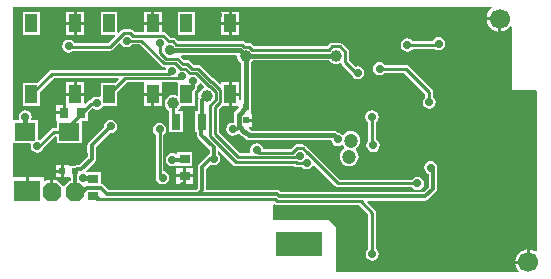
<source format=gbl>
G04 Layer_Physical_Order=2*
G04 Layer_Color=16711680*
%FSLAX25Y25*%
%MOIN*%
G70*
G01*
G75*
%ADD10R,0.03543X0.03150*%
%ADD11R,0.03150X0.03543*%
%ADD37R,0.01969X0.02362*%
%ADD38R,0.02362X0.01969*%
%ADD45C,0.00984*%
%ADD46C,0.01575*%
%ADD47C,0.01181*%
%ADD51C,0.06693*%
%ADD52C,0.03937*%
%ADD53C,0.04724*%
%ADD54R,0.09055X0.07087*%
%ADD55R,0.15748X0.07874*%
G04:AMPARAMS|DCode=56|XSize=59.06mil|YSize=59.06mil|CornerRadius=0mil|HoleSize=0mil|Usage=FLASHONLY|Rotation=90.000|XOffset=0mil|YOffset=0mil|HoleType=Round|Shape=Octagon|*
%AMOCTAGOND56*
4,1,8,0.01476,0.02953,-0.01476,0.02953,-0.02953,0.01476,-0.02953,-0.01476,-0.01476,-0.02953,0.01476,-0.02953,0.02953,-0.01476,0.02953,0.01476,0.01476,0.02953,0.0*
%
%ADD56OCTAGOND56*%

%ADD57C,0.02756*%
%ADD58C,0.01969*%
%ADD59C,0.03543*%
%ADD60R,0.03937X0.05906*%
%ADD61R,0.06890X0.05906*%
%ADD62R,0.03150X0.05512*%
G36*
X160755Y-1386D02*
X160187Y-1821D01*
X159491Y-2729D01*
X159053Y-3787D01*
X158969Y-4421D01*
X163287D01*
Y-4921D01*
X163787D01*
Y-9239D01*
X164422Y-9156D01*
X165479Y-8718D01*
X166387Y-8021D01*
X166823Y-7454D01*
X167323Y-7623D01*
Y-28543D01*
X175434D01*
X175787Y-28897D01*
X175701Y-82278D01*
X175252Y-82498D01*
X175027Y-82325D01*
X173969Y-81888D01*
X173335Y-81804D01*
Y-86122D01*
X172835D01*
Y-86622D01*
X168517D01*
X168600Y-87257D01*
X169038Y-88314D01*
X169540Y-88968D01*
X169294Y-89468D01*
X108661D01*
Y-74311D01*
X106398Y-72047D01*
X87992D01*
X87697Y-71752D01*
Y-66922D01*
X88197Y-66715D01*
X88251Y-66769D01*
X88674Y-67052D01*
X89173Y-67151D01*
X116487D01*
X119463Y-70127D01*
Y-81634D01*
X119207Y-81805D01*
X118728Y-82521D01*
X118560Y-83366D01*
X118728Y-84211D01*
X119207Y-84927D01*
X119923Y-85406D01*
X120768Y-85574D01*
X121613Y-85406D01*
X122329Y-84927D01*
X122807Y-84211D01*
X122976Y-83366D01*
X122807Y-82521D01*
X122329Y-81805D01*
X122072Y-81634D01*
Y-69587D01*
X121973Y-69087D01*
X121690Y-68664D01*
X119066Y-66040D01*
X119257Y-65578D01*
X138484D01*
X139022Y-65471D01*
X139478Y-65167D01*
X142037Y-62608D01*
X142341Y-62152D01*
X142448Y-61614D01*
Y-55311D01*
X142382Y-54976D01*
X142471Y-54530D01*
X142303Y-53685D01*
X141824Y-52969D01*
X141108Y-52491D01*
X140263Y-52323D01*
X139418Y-52491D01*
X138702Y-52969D01*
X138223Y-53685D01*
X138055Y-54530D01*
X138223Y-55375D01*
X138702Y-56091D01*
X139418Y-56570D01*
X139638Y-56614D01*
Y-61032D01*
X137902Y-62768D01*
X90448D01*
X90072Y-62392D01*
X89617Y-62088D01*
X89079Y-61981D01*
X87992D01*
X87992Y-61981D01*
X65381D01*
Y-55011D01*
X66894Y-53498D01*
X67072Y-53617D01*
X67917Y-53785D01*
X68762Y-53617D01*
X69478Y-53139D01*
X69956Y-52422D01*
X70125Y-51577D01*
X69956Y-50732D01*
X69478Y-50016D01*
X69322Y-49912D01*
Y-49182D01*
X69784Y-48991D01*
X74434Y-53641D01*
X74858Y-53924D01*
X75357Y-54024D01*
X94689D01*
X95041Y-54259D01*
X95541Y-54358D01*
X97337D01*
X97413Y-54472D01*
X98129Y-54951D01*
X98974Y-55119D01*
X99819Y-54951D01*
X100535Y-54472D01*
X100907Y-53916D01*
X101480Y-53782D01*
X108466Y-60768D01*
X108889Y-61051D01*
X109388Y-61150D01*
X134101D01*
X134272Y-61407D01*
X134988Y-61885D01*
X135833Y-62053D01*
X136678Y-61885D01*
X137394Y-61407D01*
X137873Y-60690D01*
X138041Y-59845D01*
X137873Y-59001D01*
X137394Y-58284D01*
X136678Y-57806D01*
X135833Y-57638D01*
X134988Y-57806D01*
X134272Y-58284D01*
X134101Y-58541D01*
X109929D01*
X99943Y-48555D01*
X99943Y-48555D01*
X99660Y-48273D01*
X99371Y-48079D01*
X98501Y-47210D01*
X98078Y-46927D01*
X97579Y-46828D01*
X95541D01*
X95041Y-46927D01*
X94618Y-47210D01*
X93563Y-48265D01*
X84399D01*
X84306Y-47795D01*
X83827Y-47078D01*
X83111Y-46600D01*
X82266Y-46432D01*
X81421Y-46600D01*
X80705Y-47078D01*
X80226Y-47795D01*
X80058Y-48640D01*
X80198Y-49340D01*
X79908Y-49840D01*
X76550D01*
X69612Y-42902D01*
Y-35035D01*
X70576Y-34071D01*
X72925D01*
Y-30118D01*
Y-26165D01*
X70457D01*
Y-26574D01*
X69995Y-26765D01*
X68228Y-24998D01*
X67805Y-24715D01*
X67798Y-24714D01*
X63716Y-20633D01*
X63293Y-20350D01*
X62794Y-20251D01*
X61269D01*
X60077Y-19059D01*
X59654Y-18776D01*
X59155Y-18677D01*
X58120D01*
X57002Y-17558D01*
X57209Y-17058D01*
X75445D01*
X75764Y-17421D01*
X75858Y-18141D01*
X76136Y-18811D01*
X76578Y-19387D01*
X77036Y-19738D01*
Y-32063D01*
X76894Y-32176D01*
X76394Y-31935D01*
Y-30618D01*
X73925D01*
Y-34071D01*
X76061D01*
X76269Y-34571D01*
X75093Y-35747D01*
X74745Y-36268D01*
X74623Y-36882D01*
X74623Y-36882D01*
Y-39277D01*
X74311Y-39533D01*
X73466Y-39701D01*
X72750Y-40179D01*
X72271Y-40896D01*
X72103Y-41741D01*
X72271Y-42585D01*
X72750Y-43302D01*
X73466Y-43780D01*
X74311Y-43948D01*
X75156Y-43780D01*
X75872Y-43302D01*
X75909Y-43246D01*
X76407Y-43197D01*
X76971Y-43761D01*
X76971Y-43761D01*
X77491Y-44109D01*
X77782Y-44167D01*
X78549Y-44935D01*
X78549Y-44935D01*
X79070Y-45283D01*
X79685Y-45405D01*
X79685Y-45405D01*
X107089D01*
X107212Y-46022D01*
X107691Y-46738D01*
X108407Y-47217D01*
X109252Y-47385D01*
X110097Y-47217D01*
X110440Y-46987D01*
X110919Y-47133D01*
X110930Y-47159D01*
X111321Y-47669D01*
X111409Y-47894D01*
X111265Y-48317D01*
X110844Y-48640D01*
X110339Y-49297D01*
X110022Y-50064D01*
X109914Y-50886D01*
X110022Y-51708D01*
X110339Y-52474D01*
X110844Y-53132D01*
X111502Y-53637D01*
X112268Y-53954D01*
X113091Y-54063D01*
X113913Y-53954D01*
X114679Y-53637D01*
X115337Y-53132D01*
X115842Y-52474D01*
X116159Y-51708D01*
X116267Y-50886D01*
X116159Y-50064D01*
X115842Y-49297D01*
X115451Y-48788D01*
X115363Y-48562D01*
X115507Y-48140D01*
X115927Y-47817D01*
X116432Y-47159D01*
X116750Y-46393D01*
X116858Y-45571D01*
X116750Y-44749D01*
X116432Y-43982D01*
X115927Y-43325D01*
X115269Y-42820D01*
X114503Y-42502D01*
X113681Y-42394D01*
X112859Y-42502D01*
X112093Y-42820D01*
X111435Y-43325D01*
X111201Y-43629D01*
X110813Y-43616D01*
X110097Y-43137D01*
X109331Y-42985D01*
X109009Y-42664D01*
X108489Y-42316D01*
X107874Y-42193D01*
X107874Y-42194D01*
X80350D01*
X79647Y-41490D01*
X79573Y-41441D01*
X79724Y-40941D01*
X80626D01*
Y-39260D01*
X78642D01*
Y-38260D01*
X80626D01*
Y-36579D01*
X80626D01*
X80413Y-36437D01*
Y-32500D01*
X80247D01*
Y-19587D01*
X80509Y-19387D01*
X80935Y-18831D01*
X106425D01*
X106701Y-19191D01*
X107277Y-19633D01*
X107947Y-19910D01*
X108667Y-20005D01*
X109386Y-19910D01*
X109977Y-19666D01*
X110173Y-19683D01*
X110253Y-19710D01*
X110564Y-19873D01*
X110795Y-20219D01*
X113801Y-23224D01*
X113911Y-23779D01*
X114389Y-24495D01*
X115106Y-24974D01*
X115951Y-25142D01*
X116795Y-24974D01*
X117512Y-24495D01*
X117990Y-23779D01*
X118158Y-22934D01*
X117990Y-22089D01*
X117512Y-21373D01*
X116795Y-20895D01*
X115951Y-20726D01*
X115152Y-20885D01*
X113022Y-18756D01*
Y-15961D01*
X112923Y-15462D01*
X112640Y-15039D01*
X110853Y-13252D01*
X110430Y-12969D01*
X109931Y-12869D01*
X107403D01*
X106904Y-12969D01*
X106480Y-13252D01*
X105773Y-13959D01*
X81241D01*
X80730Y-13448D01*
X80306Y-13165D01*
X79807Y-13066D01*
X78677D01*
X78272Y-12660D01*
X77849Y-12377D01*
X77349Y-12278D01*
X56055D01*
X55355Y-11578D01*
X54932Y-11295D01*
X54433Y-11196D01*
X53629D01*
X52043Y-9610D01*
X51619Y-9327D01*
X51120Y-9228D01*
X50557D01*
Y-6996D01*
X47589D01*
X44620D01*
Y-9228D01*
X41485D01*
X41080Y-8822D01*
X40657Y-8539D01*
X40157Y-8440D01*
X37959D01*
X37460Y-8539D01*
X37037Y-8822D01*
X36239Y-9619D01*
X35778Y-9428D01*
Y-2756D01*
X30266D01*
Y-10236D01*
X34969D01*
X35161Y-10698D01*
X32892Y-12967D01*
X21451D01*
X21149Y-12514D01*
X20433Y-12036D01*
X19588Y-11868D01*
X18743Y-12036D01*
X18026Y-12514D01*
X17548Y-13231D01*
X17380Y-14075D01*
X17548Y-14920D01*
X18026Y-15637D01*
X18743Y-16115D01*
X19588Y-16283D01*
X20433Y-16115D01*
X21149Y-15637D01*
X21189Y-15576D01*
X33432D01*
X33931Y-15477D01*
X34355Y-15194D01*
X36473Y-13076D01*
X37045Y-13210D01*
X37417Y-13767D01*
X38133Y-14245D01*
X38978Y-14413D01*
X39823Y-14245D01*
X40539Y-13767D01*
X40711Y-13510D01*
X43297D01*
X50494Y-20707D01*
X50917Y-20990D01*
X51416Y-21089D01*
X51638D01*
X51913Y-21521D01*
X51733Y-21924D01*
X14075D01*
X13576Y-22023D01*
X13152Y-22306D01*
X9080Y-26378D01*
X4429D01*
Y-33858D01*
X9941D01*
Y-29207D01*
X14615Y-24533D01*
X36109D01*
X36300Y-24995D01*
X34917Y-26378D01*
X30266D01*
Y-30734D01*
X29766Y-31010D01*
X29037Y-30865D01*
X28192Y-31033D01*
X27476Y-31511D01*
X27108Y-32061D01*
X26969D01*
X26469Y-32161D01*
X26046Y-32444D01*
X25221Y-33269D01*
X24721Y-33062D01*
Y-30618D01*
X21752D01*
X18783D01*
Y-33547D01*
X18610D01*
Y-36319D01*
X18110D01*
Y-36819D01*
X15535D01*
Y-39090D01*
X15551D01*
Y-41215D01*
X14764D01*
X14265Y-41314D01*
X13841Y-41597D01*
X10020Y-45418D01*
X9999Y-45404D01*
X9252Y-45255D01*
Y-38780D01*
X7489D01*
X7190Y-38280D01*
X7326Y-37598D01*
X7158Y-36754D01*
X6679Y-36037D01*
X5963Y-35559D01*
X5118Y-35391D01*
X4273Y-35559D01*
X3557Y-36037D01*
X3078Y-36754D01*
X2910Y-37598D01*
X3046Y-38280D01*
X2747Y-38780D01*
X1083D01*
Y-1083D01*
X1280Y-886D01*
X160585D01*
X160755Y-1386D01*
D02*
G37*
G36*
X56071Y-26356D02*
X56102Y-26592D01*
Y-30490D01*
X55602Y-30713D01*
X55050Y-30484D01*
X54331Y-30390D01*
X53611Y-30484D01*
X52941Y-30762D01*
X52365Y-31204D01*
X51923Y-31780D01*
X51646Y-32450D01*
X51551Y-33169D01*
X51646Y-33889D01*
X51923Y-34559D01*
X52365Y-35135D01*
X52941Y-35577D01*
X53026Y-35612D01*
Y-38189D01*
X53051Y-38315D01*
Y-42815D01*
X57776D01*
Y-35728D01*
X56344D01*
X56174Y-35228D01*
X56296Y-35135D01*
X56738Y-34559D01*
X57016Y-33889D01*
X57020Y-33858D01*
X61614D01*
Y-29207D01*
X62045Y-28777D01*
X62327Y-28354D01*
X62427Y-27854D01*
Y-27323D01*
X62683Y-27152D01*
X63055Y-26596D01*
X63628Y-26461D01*
X64728Y-27562D01*
X64585Y-28126D01*
X64161Y-28301D01*
X63586Y-28743D01*
X63144Y-29319D01*
X62866Y-29989D01*
X62771Y-30709D01*
X62866Y-31428D01*
X62888Y-31481D01*
X62777Y-31647D01*
X62670Y-32185D01*
Y-35728D01*
X61713D01*
Y-42815D01*
X62375D01*
Y-43602D01*
X62481Y-44140D01*
X62786Y-44596D01*
X66512Y-48322D01*
Y-49912D01*
X66356Y-50016D01*
X66090Y-50413D01*
X65835Y-50584D01*
X62983Y-53436D01*
X62678Y-53891D01*
X62571Y-54429D01*
Y-61426D01*
X62016Y-61981D01*
X33062D01*
X31308Y-60227D01*
X30853Y-59922D01*
X30413Y-59835D01*
Y-56102D01*
X25457D01*
X25218Y-55634D01*
X28257Y-52595D01*
X28562Y-52139D01*
X28669Y-51601D01*
Y-47731D01*
X33380Y-43020D01*
X33565Y-43056D01*
X34409Y-42888D01*
X35126Y-42410D01*
X35604Y-41693D01*
X35772Y-40848D01*
X35604Y-40004D01*
X35126Y-39287D01*
X34409Y-38809D01*
X33565Y-38641D01*
X32720Y-38809D01*
X32004Y-39287D01*
X31525Y-40004D01*
X31357Y-40848D01*
X31394Y-41033D01*
X26270Y-46156D01*
X25966Y-46612D01*
X25859Y-47149D01*
Y-51020D01*
X23103Y-53776D01*
X22260D01*
X21723Y-53883D01*
X21641Y-53937D01*
X20034D01*
X19622Y-53724D01*
X19352Y-53724D01*
X17941D01*
Y-55709D01*
Y-57693D01*
X19622D01*
X19749Y-57628D01*
X20249Y-57932D01*
Y-59055D01*
X19783D01*
X18268Y-60570D01*
X17831Y-60720D01*
X17646Y-60536D01*
X15854Y-58744D01*
X14378D01*
Y-62697D01*
X13378D01*
Y-58744D01*
X11902D01*
X11698Y-58947D01*
X11236Y-58756D01*
Y-57760D01*
X6209D01*
Y-62303D01*
X5209D01*
Y-57760D01*
X1083D01*
Y-46260D01*
X6785D01*
X7082Y-46760D01*
X6946Y-47443D01*
X7114Y-48288D01*
X7593Y-49004D01*
X8309Y-49483D01*
X9154Y-49651D01*
X9999Y-49483D01*
X10715Y-49004D01*
X11194Y-48288D01*
X11281Y-47847D01*
X15051Y-44077D01*
X15551Y-44284D01*
Y-46260D01*
X24016D01*
Y-38878D01*
X25984D01*
Y-36195D01*
X27509Y-34671D01*
X27531D01*
X28192Y-35112D01*
X29037Y-35280D01*
X29882Y-35112D01*
X30598Y-34634D01*
X31077Y-33917D01*
X31088Y-33858D01*
X35778D01*
Y-29207D01*
X38877Y-26108D01*
X44144D01*
X44620Y-26165D01*
X44620Y-26608D01*
Y-29618D01*
X47589D01*
X50557D01*
X50557Y-26165D01*
X51033Y-26108D01*
X55714D01*
X56071Y-26356D01*
D02*
G37*
%LPC*%
G36*
X123228Y-19347D02*
X122383Y-19515D01*
X121667Y-19994D01*
X121189Y-20710D01*
X121021Y-21555D01*
X121189Y-22400D01*
X121667Y-23116D01*
X122383Y-23595D01*
X123228Y-23763D01*
X124073Y-23595D01*
X124790Y-23116D01*
X124961Y-22860D01*
X131448D01*
X138524Y-29936D01*
Y-31043D01*
X138268Y-31214D01*
X137789Y-31931D01*
X137621Y-32776D01*
X137789Y-33621D01*
X138268Y-34337D01*
X138984Y-34815D01*
X139829Y-34983D01*
X140674Y-34815D01*
X141390Y-34337D01*
X141869Y-33621D01*
X142037Y-32776D01*
X141869Y-31931D01*
X141390Y-31214D01*
X141134Y-31043D01*
Y-29396D01*
X141034Y-28897D01*
X140752Y-28474D01*
X132911Y-20633D01*
X132487Y-20350D01*
X131988Y-20251D01*
X124961D01*
X124790Y-19994D01*
X124073Y-19515D01*
X123228Y-19347D01*
D02*
G37*
G36*
X17610Y-33547D02*
X15535D01*
Y-35819D01*
X17610D01*
Y-33547D01*
D02*
G37*
G36*
X120669Y-35489D02*
X119824Y-35657D01*
X119108Y-36136D01*
X118630Y-36852D01*
X118462Y-37697D01*
X118630Y-38542D01*
X119108Y-39258D01*
X119365Y-39429D01*
Y-45801D01*
X119029Y-46303D01*
X118861Y-47148D01*
X119029Y-47993D01*
X119508Y-48709D01*
X120224Y-49188D01*
X121069Y-49356D01*
X121914Y-49188D01*
X122630Y-48709D01*
X123109Y-47993D01*
X123277Y-47148D01*
X123109Y-46303D01*
X122630Y-45587D01*
X121974Y-45148D01*
Y-39429D01*
X122230Y-39258D01*
X122709Y-38542D01*
X122877Y-37697D01*
X122709Y-36852D01*
X122230Y-36136D01*
X121514Y-35657D01*
X120669Y-35489D01*
D02*
G37*
G36*
X76394Y-26165D02*
X73925D01*
Y-29618D01*
X76394D01*
Y-26165D01*
D02*
G37*
G36*
X50557Y-30618D02*
X48089D01*
Y-34071D01*
X50557D01*
Y-30618D01*
D02*
G37*
G36*
X47089D02*
X44620D01*
Y-34071D01*
X47089D01*
Y-30618D01*
D02*
G37*
G36*
X60827Y-49409D02*
X55709D01*
Y-49718D01*
X55209Y-49985D01*
X54981Y-49833D01*
X54137Y-49665D01*
X53292Y-49833D01*
X52575Y-50311D01*
X52097Y-51028D01*
X51929Y-51873D01*
X52097Y-52718D01*
X52575Y-53434D01*
X53292Y-53912D01*
X54137Y-54080D01*
X54981Y-53912D01*
X55209Y-53760D01*
X55709Y-54028D01*
Y-54134D01*
X60827D01*
Y-49409D01*
D02*
G37*
G36*
X57768Y-57784D02*
X55496D01*
Y-59858D01*
X57768D01*
Y-57784D01*
D02*
G37*
G36*
X61039D02*
X58768D01*
Y-59858D01*
X61039D01*
Y-57784D01*
D02*
G37*
G36*
X172335Y-81804D02*
X171700Y-81888D01*
X170643Y-82325D01*
X169735Y-83022D01*
X169038Y-83930D01*
X168600Y-84987D01*
X168517Y-85622D01*
X172335D01*
Y-81804D01*
D02*
G37*
G36*
X49893Y-39623D02*
X49049Y-39791D01*
X48332Y-40270D01*
X47854Y-40986D01*
X47686Y-41831D01*
X47854Y-42676D01*
X48332Y-43392D01*
X48589Y-43563D01*
Y-58063D01*
X48688Y-58562D01*
X48971Y-58985D01*
X49068Y-59050D01*
X49327Y-59438D01*
X50043Y-59917D01*
X50888Y-60085D01*
X51733Y-59917D01*
X52449Y-59438D01*
X52928Y-58722D01*
X53096Y-57877D01*
X52928Y-57032D01*
X52449Y-56316D01*
X51733Y-55837D01*
X51198Y-55731D01*
Y-43563D01*
X51455Y-43392D01*
X51933Y-42676D01*
X52101Y-41831D01*
X51933Y-40986D01*
X51455Y-40270D01*
X50738Y-39791D01*
X49893Y-39623D01*
D02*
G37*
G36*
X61039Y-54709D02*
X58768D01*
Y-56783D01*
X61039D01*
Y-54709D01*
D02*
G37*
G36*
X16941Y-53724D02*
X15260D01*
Y-55209D01*
X16941D01*
Y-53724D01*
D02*
G37*
G36*
Y-56209D02*
X15260D01*
Y-57693D01*
X16941D01*
Y-56209D01*
D02*
G37*
G36*
X57768Y-54709D02*
X55496D01*
Y-56783D01*
X57768D01*
Y-54709D01*
D02*
G37*
G36*
X72925Y-2543D02*
X70457D01*
Y-5996D01*
X72925D01*
Y-2543D01*
D02*
G37*
G36*
X76394D02*
X73925D01*
Y-5996D01*
X76394D01*
Y-2543D01*
D02*
G37*
G36*
X61614Y-2756D02*
X56102D01*
Y-10236D01*
X61614D01*
Y-2756D01*
D02*
G37*
G36*
X162787Y-5421D02*
X158969D01*
X159053Y-6056D01*
X159491Y-7113D01*
X160187Y-8021D01*
X161095Y-8718D01*
X162153Y-9156D01*
X162787Y-9239D01*
Y-5421D01*
D02*
G37*
G36*
X21252Y-2543D02*
X18783D01*
Y-5996D01*
X21252D01*
Y-2543D01*
D02*
G37*
G36*
X24721D02*
X22252D01*
Y-5996D01*
X24721D01*
Y-2543D01*
D02*
G37*
G36*
X47089D02*
X44620D01*
Y-5996D01*
X47089D01*
Y-2543D01*
D02*
G37*
G36*
X50557D02*
X48089D01*
Y-5996D01*
X50557D01*
Y-2543D01*
D02*
G37*
G36*
X142913Y-10981D02*
X142069Y-11149D01*
X141352Y-11628D01*
X140874Y-12344D01*
X140867Y-12376D01*
X134213D01*
X134041Y-12120D01*
X133325Y-11641D01*
X132480Y-11473D01*
X131635Y-11641D01*
X130919Y-12120D01*
X130441Y-12836D01*
X130272Y-13681D01*
X130441Y-14526D01*
X130919Y-15242D01*
X131635Y-15721D01*
X132480Y-15889D01*
X133325Y-15721D01*
X134041Y-15242D01*
X134213Y-14986D01*
X141705D01*
X142069Y-15229D01*
X142913Y-15397D01*
X143758Y-15229D01*
X144474Y-14750D01*
X144953Y-14034D01*
X145121Y-13189D01*
X144953Y-12344D01*
X144474Y-11628D01*
X143758Y-11149D01*
X142913Y-10981D01*
D02*
G37*
G36*
X21252Y-6996D02*
X18783D01*
Y-10449D01*
X21252D01*
Y-6996D01*
D02*
G37*
G36*
X21252Y-26165D02*
X18783D01*
Y-29618D01*
X21252D01*
Y-26165D01*
D02*
G37*
G36*
X24721D02*
X22252D01*
Y-29618D01*
X24721D01*
Y-26165D01*
D02*
G37*
G36*
X76394Y-6996D02*
X73925D01*
Y-10449D01*
X76394D01*
Y-6996D01*
D02*
G37*
G36*
X9941Y-2756D02*
X4429D01*
Y-10236D01*
X9941D01*
Y-2756D01*
D02*
G37*
G36*
X24721Y-6996D02*
X22252D01*
Y-10449D01*
X24721D01*
Y-6996D01*
D02*
G37*
G36*
X72925Y-6996D02*
X70457D01*
Y-10449D01*
X72925D01*
Y-6996D01*
D02*
G37*
%LPD*%
D10*
X58268Y-51772D02*
D03*
Y-57284D02*
D03*
X27854Y-58465D02*
D03*
Y-63976D02*
D03*
D11*
X23622Y-36319D02*
D03*
X18110D02*
D03*
D37*
X78642Y-34468D02*
D03*
Y-38760D02*
D03*
D38*
X17441Y-55709D02*
D03*
X21732D02*
D03*
D45*
X139829Y-32776D02*
Y-29396D01*
X131988Y-21555D02*
X139829Y-29396D01*
X123228Y-21555D02*
X131988D01*
X115951Y-23518D02*
Y-22934D01*
X111718Y-19297D02*
X115945Y-23524D01*
X115951Y-23518D01*
X41142Y-10532D02*
X51120D01*
X41043Y-10631D02*
X41142Y-10532D01*
X51120D02*
X53089Y-12501D01*
X54433D02*
X55515Y-13583D01*
X53089Y-12501D02*
X54433D01*
X40157Y-9745D02*
X41043Y-10631D01*
X37959Y-9745D02*
X40157D01*
X51416Y-19784D02*
X55156D01*
X38978Y-12205D02*
X43837D01*
X51416Y-19784D01*
X50101Y-16242D02*
Y-12993D01*
X52069Y-18210D02*
X55808D01*
X50101Y-16242D02*
X52069Y-18210D01*
X19391Y-14272D02*
X19588Y-14075D01*
X19391Y-14272D02*
X33432D01*
X37959Y-9745D01*
X14075Y-23228D02*
X53153D01*
X111718Y-19297D02*
Y-15961D01*
X109931Y-14174D02*
X111718Y-15961D01*
X107403Y-14174D02*
X109931D01*
X106313Y-15264D02*
X107403Y-14174D01*
X80701Y-15264D02*
X106313D01*
X79807Y-14370D02*
X80701Y-15264D01*
X78137Y-14370D02*
X79807D01*
X77349Y-13583D02*
X78137Y-14370D01*
X55515Y-13583D02*
X77349D01*
X120669Y-46748D02*
Y-37697D01*
Y-46748D02*
X121069Y-47148D01*
X66732Y-44094D02*
X75357Y-52719D01*
X66732Y-44094D02*
Y-33843D01*
X68307Y-43442D02*
X76009Y-51144D01*
X68307Y-43442D02*
Y-34495D01*
X76009Y-51144D02*
X96009D01*
X75357Y-52719D02*
X95206D01*
X29429Y-65059D02*
X88386D01*
X99020Y-49478D02*
X109388Y-59845D01*
X98738Y-49195D02*
X99020Y-49478D01*
X97579Y-48132D02*
X99020Y-49574D01*
Y-49478D01*
X95541Y-48132D02*
X97579D01*
X94103Y-49569D02*
X95541Y-48132D01*
X83196Y-49569D02*
X94103D01*
X82266Y-48640D02*
X83196Y-49569D01*
X98832Y-53054D02*
X98974Y-52911D01*
X95206Y-52719D02*
X95541Y-53054D01*
X98832D01*
X70177Y-32625D02*
Y-28793D01*
X68307Y-34495D02*
X70177Y-32625D01*
X66732Y-33843D02*
X68602Y-31973D01*
Y-29445D01*
X55808Y-18210D02*
X57580Y-19982D01*
X59155D01*
X60728Y-21555D01*
X62794D01*
X67159Y-25921D01*
X67305D01*
X70177Y-28793D01*
X66507Y-27496D02*
X66653D01*
X62141Y-23130D02*
X66507Y-27496D01*
X60076Y-23130D02*
X62141D01*
X58502Y-21556D02*
X60076Y-23130D01*
X55156Y-19784D02*
X56928Y-21556D01*
X58502D01*
X66653Y-27496D02*
X68602Y-29445D01*
X54331Y-38189D02*
Y-33563D01*
X58858Y-30118D02*
X61122Y-27854D01*
Y-25591D01*
X56823Y-24017D02*
X57483D01*
X56037Y-24803D02*
X56823Y-24017D01*
X53153Y-23228D02*
X54137Y-22245D01*
X38337Y-24803D02*
X56037D01*
X54331Y-38189D02*
X55413Y-39272D01*
X75236Y-41741D02*
X76228Y-40748D01*
X74311Y-41741D02*
X75236D01*
X142421Y-13681D02*
X142913Y-13189D01*
X132480Y-13681D02*
X142421D01*
X19980Y-40354D02*
X26969Y-33366D01*
X14764Y-42520D02*
X19783D01*
X9840Y-47443D02*
X14764Y-42520D01*
X9154Y-47443D02*
X9840D01*
X33022Y-30118D02*
X38337Y-24803D01*
X96009Y-51144D02*
X96560Y-50593D01*
X7185Y-30118D02*
X14075Y-23228D01*
X28743Y-33366D02*
X29037Y-33073D01*
X26969Y-33366D02*
X28743D01*
X29134Y-64764D02*
X29429Y-65059D01*
X49893Y-58063D02*
X50079Y-57877D01*
X50888D01*
X49893Y-58063D02*
Y-41831D01*
X82266Y-48640D02*
Y-48640D01*
X117028Y-65847D02*
X120768Y-69587D01*
Y-83366D02*
Y-69587D01*
X109388Y-59845D02*
X135833D01*
X88386Y-65059D02*
X89173Y-65847D01*
X117028D01*
D46*
X76228Y-40748D02*
X78106Y-42626D01*
X76228Y-40748D02*
Y-36882D01*
X72225Y-5296D02*
X73425Y-6496D01*
X5118Y-40256D02*
Y-37598D01*
Y-40256D02*
X5217Y-40354D01*
X27854Y-57973D02*
X27956Y-58074D01*
X27857Y-58172D02*
X27956Y-58074D01*
X24312Y-58172D02*
X27857D01*
X78543Y-17421D02*
X78739Y-17225D01*
X108667D01*
X27854Y-63484D02*
X29134Y-64764D01*
X79685Y-43799D02*
X107874D01*
X78106Y-42626D02*
X78511D01*
X79685Y-43799D01*
X78543Y-17421D02*
X78642Y-17520D01*
Y-34468D02*
Y-17520D01*
X76228Y-36882D02*
X78642Y-34468D01*
X107874Y-43799D02*
X109252Y-45177D01*
X53839Y-33071D02*
X54331Y-33563D01*
X53839Y-33071D02*
X55512D01*
X76575Y-15453D02*
X78543Y-17421D01*
X52858Y-15453D02*
X52955Y-15355D01*
X53251D01*
X52858Y-15453D02*
X76575D01*
D47*
X141043Y-61614D02*
Y-55311D01*
X138484Y-64173D02*
X141043Y-61614D01*
X89866Y-64173D02*
X138484D01*
X67917Y-51577D02*
Y-47739D01*
X63779Y-43602D02*
X67917Y-47739D01*
X63779Y-43602D02*
Y-39567D01*
X32480Y-63386D02*
X62598D01*
X66828Y-51577D02*
X67917D01*
X62598Y-63386D02*
X63976Y-62008D01*
Y-54429D01*
X66828Y-51577D01*
X63779Y-39567D02*
X64075Y-39272D01*
Y-32185D02*
X65551Y-30709D01*
X64075Y-39272D02*
Y-32185D01*
X72835Y-30709D02*
X73425Y-30118D01*
X54137Y-51873D02*
X57773D01*
X57874Y-51772D01*
X27264Y-51601D02*
Y-47149D01*
X23685Y-55181D02*
X27264Y-51601D01*
Y-47149D02*
X33565Y-40848D01*
X22260Y-55181D02*
X23685D01*
X21654Y-55787D02*
X21732Y-55709D01*
X21654Y-62795D02*
Y-55787D01*
X21732Y-55709D02*
X22260Y-55181D01*
X24019Y-62795D02*
X25593Y-61221D01*
X30315D01*
X21654Y-62795D02*
X24019D01*
X30315Y-61221D02*
X32480Y-63386D01*
X140263Y-54530D02*
X141043Y-55311D01*
X89079Y-63386D02*
X89866Y-64173D01*
X87992Y-63386D02*
X89079D01*
X87992Y-63386D02*
X87992Y-63386D01*
X62598Y-63386D02*
X87992D01*
D51*
X163287Y-4921D02*
D03*
X172835Y-86122D02*
D03*
D52*
X54331Y-33169D02*
D03*
X65551Y-30709D02*
D03*
X78543Y-17421D02*
D03*
X108667Y-17225D02*
D03*
D53*
X113681Y-45571D02*
D03*
X113091Y-50886D02*
D03*
D54*
X5709Y-62303D02*
D03*
D55*
X96260Y-79921D02*
D03*
D56*
X13878Y-62697D02*
D03*
X21654Y-62795D02*
D03*
D57*
X119980Y-27854D02*
D03*
X124508Y-25098D02*
D03*
X123228Y-21555D02*
D03*
X115951Y-22934D02*
D03*
X19588Y-14075D02*
D03*
X34843Y-17815D02*
D03*
X50101Y-12993D02*
D03*
X38880Y-6004D02*
D03*
X121069Y-47148D02*
D03*
X174213Y-71063D02*
D03*
X174311Y-57087D02*
D03*
X173721Y-37500D02*
D03*
X173425Y-30610D02*
D03*
X165059Y-27264D02*
D03*
X65354Y-49409D02*
D03*
X67421Y-56988D02*
D03*
X62402Y-18898D02*
D03*
X61122Y-25591D02*
D03*
X57483Y-24017D02*
D03*
X54137Y-22245D02*
D03*
X72244Y-35925D02*
D03*
X136221Y-81496D02*
D03*
X57579Y-60728D02*
D03*
X74311Y-41741D02*
D03*
X103248Y-22736D02*
D03*
Y-27067D02*
D03*
Y-31398D02*
D03*
Y-35728D02*
D03*
Y-40059D02*
D03*
X98917Y-22736D02*
D03*
Y-27067D02*
D03*
Y-31398D02*
D03*
Y-35728D02*
D03*
Y-40059D02*
D03*
X94587Y-22736D02*
D03*
Y-27067D02*
D03*
Y-31398D02*
D03*
Y-35728D02*
D03*
Y-40059D02*
D03*
X90256Y-22736D02*
D03*
Y-27067D02*
D03*
Y-31398D02*
D03*
Y-35728D02*
D03*
Y-40059D02*
D03*
X85925Y-22736D02*
D03*
Y-27067D02*
D03*
Y-31398D02*
D03*
Y-35728D02*
D03*
Y-40059D02*
D03*
X142913Y-13189D02*
D03*
X132480Y-13681D02*
D03*
X41339Y-38583D02*
D03*
X9350Y-36909D02*
D03*
X43898Y-39272D02*
D03*
X49893Y-41831D02*
D03*
X26083Y-2657D02*
D03*
X157579Y-15551D02*
D03*
X138091Y-17520D02*
D03*
X139829Y-32776D02*
D03*
X117323Y-7677D02*
D03*
X42224Y-41043D02*
D03*
X146752Y-8268D02*
D03*
X144980Y-20866D02*
D03*
X164764Y-87008D02*
D03*
X117913Y-48819D02*
D03*
X15157Y-2953D02*
D03*
X42323Y-32382D02*
D03*
X69390Y-3740D02*
D03*
X99606Y-7185D02*
D03*
X52067Y-2559D02*
D03*
X112598Y-11417D02*
D03*
X53248Y-28346D02*
D03*
X145669Y-27559D02*
D03*
X151279Y-27461D02*
D03*
X54137Y-51873D02*
D03*
X131004Y-17717D02*
D03*
X96560Y-50593D02*
D03*
X98974Y-52911D02*
D03*
X42421Y-28937D02*
D03*
X38978Y-12205D02*
D03*
X5118Y-37598D02*
D03*
X9154Y-47443D02*
D03*
X24705Y-50197D02*
D03*
X30512Y-50098D02*
D03*
X20079Y-50197D02*
D03*
X4429Y-50886D02*
D03*
X130118Y-29429D02*
D03*
X24312Y-58172D02*
D03*
X25492Y-42815D02*
D03*
X15256Y-47736D02*
D03*
X33366Y-45866D02*
D03*
X14665Y-30315D02*
D03*
X5315Y-22539D02*
D03*
Y-15748D02*
D03*
X120177Y-52264D02*
D03*
X127657Y-39272D02*
D03*
X73228Y-19094D02*
D03*
X67917Y-51577D02*
D03*
X52165Y-6791D02*
D03*
X14567Y-9350D02*
D03*
X33565Y-40848D02*
D03*
X29037Y-33073D02*
D03*
X42618Y-16043D02*
D03*
X42520Y-19783D02*
D03*
X50888Y-57877D02*
D03*
X150787Y-53839D02*
D03*
X109252Y-45177D02*
D03*
X120669Y-37697D02*
D03*
X140263Y-54530D02*
D03*
X135335Y-47539D02*
D03*
X82266Y-48640D02*
D03*
X120768Y-83366D02*
D03*
X135833Y-59845D02*
D03*
X124213Y-69882D02*
D03*
D58*
X41634Y-50197D02*
D03*
X45965D02*
D03*
X41634Y-54528D02*
D03*
X45965D02*
D03*
D59*
X53251Y-15355D02*
D03*
D60*
X47589Y-6496D02*
D03*
Y-30118D02*
D03*
X33022D02*
D03*
Y-6496D02*
D03*
X21752D02*
D03*
Y-30118D02*
D03*
X7185D02*
D03*
Y-6496D02*
D03*
X73425D02*
D03*
Y-30118D02*
D03*
X58858D02*
D03*
Y-6496D02*
D03*
D61*
X19783Y-42520D02*
D03*
X5020D02*
D03*
D62*
X64075Y-39272D02*
D03*
X55413D02*
D03*
M02*

</source>
